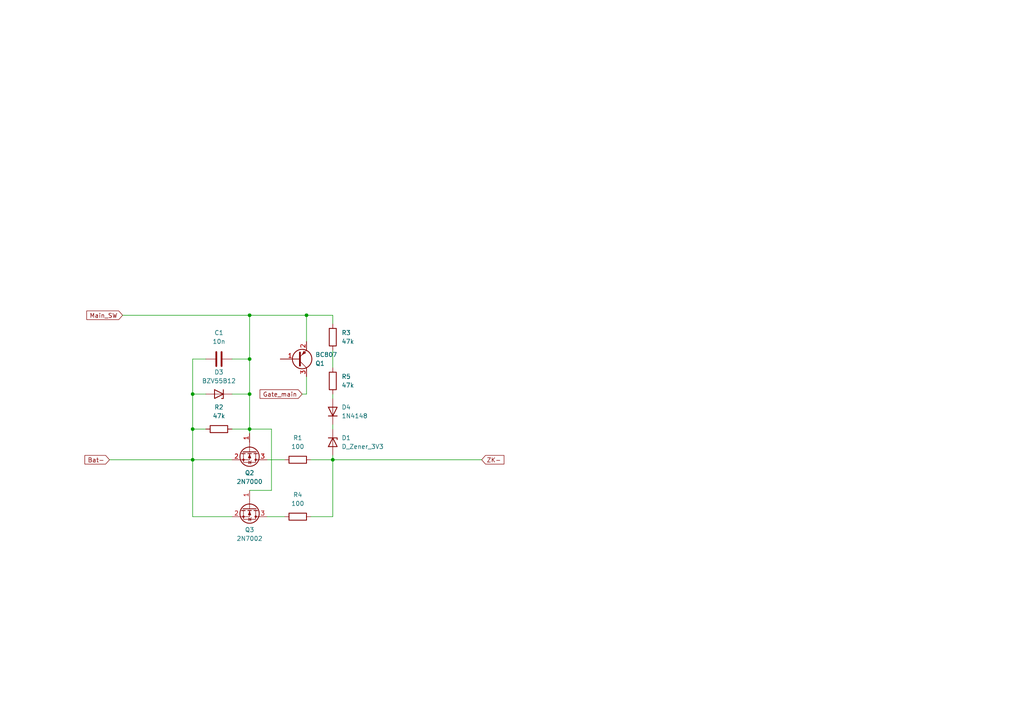
<source format=kicad_sch>
(kicad_sch (version 20230121) (generator eeschema)
  (paper "A4")
  (lib_symbols
    (symbol "Device:C" (pin_numbers hide) (pin_names (offset 0.254))
      (property "Reference" "C" (at 0.635 2.54 0))
      (property "Value" "C" (at 0.635 -2.54 0))
      (symbol "C_0_1"
        (polyline (pts (xy -2.032 -0.762) (xy 2.032 -0.762)) (stroke (width 0.508)))
        (polyline (pts (xy -2.032 0.762) (xy 2.032 0.762)) (stroke (width 0.508)))
      )
      (symbol "C_1_1"
        (pin passive line (at 0 3.81 270) (length 2.794) (name "~") (number "1"))
        (pin passive line (at 0 -3.81 90) (length 2.794) (name "~") (number "2"))
      )
    )
    (symbol "Device:D_Zener" (pin_numbers hide) (pin_names (offset 1.016) hide)
      (property "Reference" "D" (at 0 2.54 0))
      (property "Value" "D_Zener" (at 0 -2.54 0))
      (symbol "D_Zener_0_1"
        (polyline (pts (xy 1.27 0) (xy -1.27 0)))
        (polyline (pts (xy -1.27 -1.27) (xy -1.27 1.27) (xy -0.762 1.27)) (stroke (width 0.254)))
        (polyline (pts (xy 1.27 -1.27) (xy 1.27 1.27) (xy -1.27 0) (xy 1.27 -1.27)) (stroke (width 0.254)))
      )
      (symbol "D_Zener_1_1"
        (pin passive line (at -3.81 0 0) (length 2.54) (name "K") (number "1"))
        (pin passive line (at 3.81 0 180) (length 2.54) (name "A") (number "2"))
      )
    )
    (symbol "Device:R" (pin_numbers hide) (pin_names (offset 0))
      (property "Reference" "R" (at 2.032 0 90))
      (property "Value" "R" (at 0 0 90))
      (symbol "R_0_1"
        (rectangle (start -1.016 -2.54) (end 1.016 2.54) (stroke (width 0.254)))
      )
      (symbol "R_1_1"
        (pin passive line (at 0 3.81 270) (length 1.27) (name "~") (number "1"))
        (pin passive line (at 0 -3.81 90) (length 1.27) (name "~") (number "2"))
      )
    )
    (symbol "Diode:1N4148W" (pin_numbers hide) (pin_names hide)
      (property "Reference" "D" (at 0 2.54 0))
      (property "Value" "1N4148W" (at 0 -2.54 0))
      (symbol "1N4148W_0_1"
        (polyline (pts (xy -1.27 1.27) (xy -1.27 -1.27)) (stroke (width 0.254)))
        (polyline (pts (xy 1.27 0) (xy -1.27 0)))
        (polyline (pts (xy 1.27 1.27) (xy 1.27 -1.27) (xy -1.27 0) (xy 1.27 1.27)) (stroke (width 0.254)))
      )
      (symbol "1N4148W_1_1"
        (pin passive line (at -3.81 0 0) (length 2.54) (name "K") (number "1"))
        (pin passive line (at 3.81 0 180) (length 2.54) (name "A") (number "2"))
      )
    )
    (symbol "Diode:BZV55B12" (pin_numbers hide) (pin_names hide)
      (property "Reference" "D" (at 0 2.54 0))
      (property "Value" "BZV55B12" (at 0 -2.54 0))
      (symbol "BZV55B12_0_1"
        (polyline (pts (xy 1.27 0) (xy -1.27 0)))
        (polyline (pts (xy -1.27 -1.27) (xy -1.27 1.27) (xy -0.762 1.27)) (stroke (width 0.254)))
        (polyline (pts (xy 1.27 -1.27) (xy 1.27 1.27) (xy -1.27 0) (xy 1.27 -1.27)) (stroke (width 0.254)))
      )
      (symbol "BZV55B12_1_1"
        (pin passive line (at -3.81 0 0) (length 2.54) (name "K") (number "1"))
        (pin passive line (at 3.81 0 180) (length 2.54) (name "A") (number "2"))
      )
    )
    (symbol "Transistor_BJT:BC807" (pin_names (offset 0) hide)
      (property "Reference" "Q" (at 5.08 1.905 0))
      (property "Value" "BC807" (at 5.08 0 0))
      (symbol "BC807_0_1"
        (polyline (pts (xy 0.635 0.635) (xy 2.54 2.54)))
        (polyline (pts (xy 0.635 -0.635) (xy 2.54 -2.54) (xy 2.54 -2.54)))
        (polyline (pts (xy 0.635 1.905) (xy 0.635 -1.905) (xy 0.635 -1.905)) (stroke (width 0.508)))
        (polyline (pts (xy 2.286 -1.778) (xy 1.778 -2.286) (xy 1.27 -1.27) (xy 2.286 -1.778) (xy 2.286 -1.778)) (fill (type outline)))
        (circle (center 1.27 0) (radius 2.8194) (stroke (width 0.254)))
      )
      (symbol "BC807_1_1"
        (pin input line (at -5.08 0 0) (length 5.715) (name "B") (number "1"))
        (pin passive line (at 2.54 -5.08 90) (length 2.54) (name "E") (number "2"))
        (pin passive line (at 2.54 5.08 270) (length 2.54) (name "C") (number "3"))
      )
    )
    (symbol "Transistor_FET:2N7002" (pin_names hide)
      (property "Reference" "Q" (at 5.08 1.905 0))
      (property "Value" "2N7002" (at 5.08 0 0))
      (symbol "2N7002_0_1"
        (polyline (pts (xy 0.254 0) (xy -2.54 0)))
        (polyline (pts (xy 0.254 1.905) (xy 0.254 -1.905)) (stroke (width 0.254)))
        (polyline (pts (xy 0.762 -1.27) (xy 0.762 -2.286)) (stroke (width 0.254)))
        (polyline (pts (xy 0.762 0.508) (xy 0.762 -0.508)) (stroke (width 0.254)))
        (polyline (pts (xy 0.762 2.286) (xy 0.762 1.27)) (stroke (width 0.254)))
        (polyline (pts (xy 2.54 2.54) (xy 2.54 1.778)))
        (polyline (pts (xy 2.54 -2.54) (xy 2.54 0) (xy 0.762 0)))
        (polyline (pts (xy 0.762 -1.778) (xy 3.302 -1.778) (xy 3.302 1.778) (xy 0.762 1.778)))
        (polyline (pts (xy 1.016 0) (xy 2.032 0.381) (xy 2.032 -0.381) (xy 1.016 0)) (fill (type outline)))
        (polyline (pts (xy 2.794 0.508) (xy 2.921 0.381) (xy 3.683 0.381) (xy 3.81 0.254)))
        (polyline (pts (xy 3.302 0.381) (xy 2.921 -0.254) (xy 3.683 -0.254) (xy 3.302 0.381)))
        (circle (center 1.651 0) (radius 2.794) (stroke (width 0.254)))
        (circle (center 2.54 -1.778) (radius 0.254) (fill (type outline)))
        (circle (center 2.54 1.778) (radius 0.254) (fill (type outline)))
      )
      (symbol "2N7002_1_1"
        (pin input line (at -5.08 0 0) (length 2.54) (name "G") (number "1"))
        (pin passive line (at 2.54 -5.08 90) (length 2.54) (name "S") (number "2"))
        (pin passive line (at 2.54 5.08 270) (length 2.54) (name "D") (number "3"))
      )
    )
  )
  (junction (at 96.52 133.35))
  (junction (at 72.39 91.44))
  (junction (at 55.88 124.46))
  (junction (at 88.9 91.44))
  (junction (at 55.88 114.3))
  (junction (at 55.88 133.35))
  (junction (at 72.39 114.3))
  (junction (at 72.39 104.14))
  (junction (at 72.39 124.46))
  (wire (pts (xy 96.52 132.08) (xy 96.52 133.35)))
  (wire (pts (xy 77.47 133.35) (xy 82.55 133.35)))
  (wire (pts (xy 96.52 114.3) (xy 96.52 115.57)))
  (wire (pts (xy 59.69 114.3) (xy 55.88 114.3)))
  (wire (pts (xy 88.9 91.44) (xy 96.52 91.44)))
  (wire (pts (xy 67.31 104.14) (xy 72.39 104.14)))
  (wire (pts (xy 96.52 123.19) (xy 96.52 124.46)))
  (wire (pts (xy 55.88 114.3) (xy 55.88 124.46)))
  (wire (pts (xy 78.74 124.46) (xy 72.39 124.46)))
  (wire (pts (xy 72.39 124.46) (xy 72.39 125.73)))
  (wire (pts (xy 88.9 109.22) (xy 88.9 114.3)))
  (wire (pts (xy 72.39 104.14) (xy 72.39 114.3)))
  (wire (pts (xy 72.39 114.3) (xy 72.39 124.46)))
  (wire (pts (xy 96.52 91.44) (xy 96.52 93.98)))
  (wire (pts (xy 67.31 133.35) (xy 55.88 133.35)))
  (wire (pts (xy 35.56 91.44) (xy 72.39 91.44)))
  (wire (pts (xy 90.17 149.86) (xy 96.52 149.86)))
  (wire (pts (xy 96.52 133.35) (xy 139.7 133.35)))
  (wire (pts (xy 78.74 142.24) (xy 78.74 124.46)))
  (wire (pts (xy 67.31 149.86) (xy 55.88 149.86)))
  (wire (pts (xy 90.17 133.35) (xy 96.52 133.35)))
  (wire (pts (xy 72.39 142.24) (xy 78.74 142.24)))
  (wire (pts (xy 87.63 114.3) (xy 88.9 114.3)))
  (wire (pts (xy 67.31 114.3) (xy 72.39 114.3)))
  (wire (pts (xy 59.69 104.14) (xy 55.88 104.14)))
  (wire (pts (xy 96.52 101.6) (xy 96.52 106.68)))
  (wire (pts (xy 55.88 104.14) (xy 55.88 114.3)))
  (wire (pts (xy 67.31 124.46) (xy 72.39 124.46)))
  (wire (pts (xy 72.39 91.44) (xy 72.39 104.14)))
  (wire (pts (xy 55.88 124.46) (xy 59.69 124.46)))
  (wire (pts (xy 55.88 133.35) (xy 55.88 124.46)))
  (wire (pts (xy 72.39 91.44) (xy 88.9 91.44)))
  (wire (pts (xy 96.52 149.86) (xy 96.52 133.35)))
  (wire (pts (xy 88.9 99.06) (xy 88.9 91.44)))
  (wire (pts (xy 31.75 133.35) (xy 55.88 133.35)))
  (wire (pts (xy 77.47 149.86) (xy 82.55 149.86)))
  (wire (pts (xy 55.88 149.86) (xy 55.88 133.35)))
  (global_label "Gate_main" (shape input) (at 87.63 114.3 180) (property "Intersheetrefs" "${INTERSHEET_REFS}" (effects hide)))
  (global_label "Bat-" (shape input) (at 31.75 133.35 180) (property "Intersheetrefs" "${INTERSHEET_REFS}" (effects hide)))
  (global_label "ZK-" (shape input) (at 139.7 133.35 0) (property "Intersheetrefs" "${INTERSHEET_REFS}" (effects hide)))
  (global_label "Main_SW" (shape input) (at 35.56 91.44 180) (property "Intersheetrefs" "${INTERSHEET_REFS}" (effects hide)))
  (symbol (lib_id "Device:R") (at 96.52 97.79 180) (unit 1)
    (property "Reference" "R3" (at 99.06 96.52 0) (effects (justify right)))
    (property "Value" "47k" (at 99.06 99.06 0) (effects (justify right)))
    (property "Footprint" "Resistor_SMD:R_0805_2012Metric_Pad1.20x1.40mm_HandSolder" (effects hide))
  )
  (symbol (lib_id "Diode:1N4148W") (at 96.52 119.38 90) (unit 1)
    (property "Reference" "D4" (at 99.06 118.11 90) (effects (justify right)))
    (property "Value" "1N4148" (at 99.06 120.65 90) (effects (justify right)))
    (property "Footprint" "Diode_SMD:D_SOD-123" (effects hide))
    (property "Datasheet" "https://www.vishay.com/docs/85748/1n4148w.pdf" (effects hide))
    (property "Sim.Device" "D" (effects hide))
    (property "Sim.Pins" "1=K 2=A" (effects hide))
  )
  (symbol (lib_id "Device:R") (at 86.36 133.35 90) (unit 1)
    (property "Reference" "R1" (at 86.36 127 90))
    (property "Value" "100" (at 86.36 129.54 90))
    (property "Footprint" "Resistor_THT:R_Axial_DIN0207_L6.3mm_D2.5mm_P10.16mm_Horizontal" (effects hide))
  )
  (symbol (lib_id "Diode:BZV55B12") (at 63.5 114.3 180) (unit 1)
    (property "Reference" "D3" (at 63.5 107.95 0))
    (property "Value" "BZV55B12" (at 63.5 110.49 0))
    (property "Footprint" "Diode_SMD:D_MiniMELF" (effects hide))
    (property "Datasheet" "https://assets.nexperia.com/documents/data-sheet/BZV55_SER.pdf" (effects hide))
  )
  (symbol (lib_id "Device:D_Zener") (at 96.52 128.27 270) (unit 1)
    (property "Reference" "D1" (at 99.06 127 90) (effects (justify left)))
    (property "Value" "D_Zener_3V3" (at 99.06 129.54 90) (effects (justify left)))
    (property "Footprint" "Diode_SMD:D_MiniMELF_Handsoldering" (effects hide))
  )
  (symbol (lib_id "Transistor_BJT:BC807") (at 86.36 104.14 0) (mirror x) (unit 1)
    (property "Reference" "Q1" (at 91.44 105.41 0) (effects (justify left)))
    (property "Value" "BC807" (at 91.44 102.87 0) (effects (justify left)))
    (property "Footprint" "Package_TO_SOT_SMD:SOT-23" (effects hide))
    (property "Datasheet" "https://www.onsemi.com/pub/Collateral/BC808-D.pdf" (effects hide))
  )
  (symbol (lib_id "Device:R") (at 96.52 110.49 180) (unit 1)
    (property "Reference" "R5" (at 99.06 109.22 0) (effects (justify right)))
    (property "Value" "47k" (at 99.06 111.76 0) (effects (justify right)))
    (property "Footprint" "Resistor_SMD:R_0805_2012Metric_Pad1.20x1.40mm_HandSolder" (effects hide))
  )
  (symbol (lib_id "Device:R") (at 86.36 149.86 90) (unit 1)
    (property "Reference" "R4" (at 86.36 143.51 90))
    (property "Value" "100" (at 86.36 146.05 90))
    (property "Footprint" "Resistor_THT:R_Axial_DIN0207_L6.3mm_D2.5mm_P10.16mm_Horizontal" (effects hide))
  )
  (symbol (lib_id "Device:R") (at 63.5 124.46 90) (unit 1)
    (property "Reference" "R2" (at 63.5 118.11 90))
    (property "Value" "47k" (at 63.5 120.65 90))
    (property "Footprint" "Resistor_SMD:R_0805_2012Metric_Pad1.20x1.40mm_HandSolder" (effects hide))
  )
  (symbol (lib_id "Transistor_FET:2N7002") (at 72.39 147.32 270) (unit 1)
    (property "Reference" "Q3" (at 72.39 153.67 90))
    (property "Value" "2N7002" (at 72.39 156.21 90))
    (property "Footprint" "Package_TO_SOT_SMD:SOT-23" (effects hide))
    (property "Datasheet" "https://www.onsemi.com/pub/Collateral/NDS7002A-D.PDF" (effects hide))
  )
  (symbol (lib_id "Transistor_FET:2N7002") (at 72.39 130.81 270) (unit 1)
    (property "Reference" "Q2" (at 72.39 137.16 90))
    (property "Value" "2N7000" (at 72.39 139.7 90))
    (property "Footprint" "Package_TO_SOT_SMD:SOT-23" (effects hide))
    (property "Datasheet" "https://www.onsemi.com/pub/Collateral/NDS7002A-D.PDF" (effects hide))
  )
  (symbol (lib_id "Device:C") (at 63.5 104.14 90) (unit 1)
    (property "Reference" "C1" (at 63.5 96.52 90))
    (property "Value" "10n" (at 63.5 99.06 90))
    (property "Footprint" "Capacitor_SMD:C_0805_2012Metric_Pad1.18x1.45mm_HandSolder" (effects hide))
  )
)
</source>
